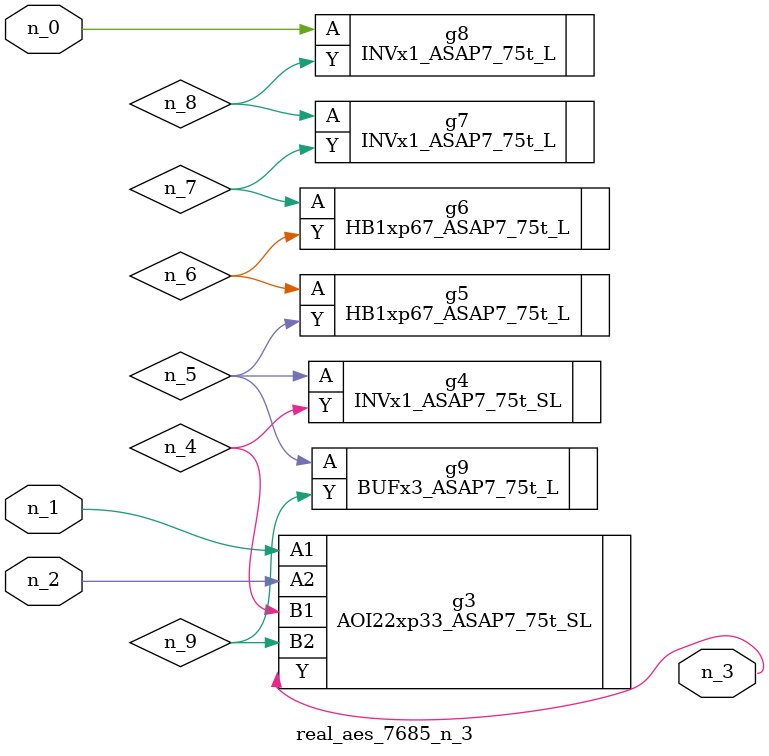
<source format=v>
module real_aes_7685_n_3 (n_0, n_2, n_1, n_3);
input n_0;
input n_2;
input n_1;
output n_3;
wire n_4;
wire n_5;
wire n_7;
wire n_9;
wire n_6;
wire n_8;
INVx1_ASAP7_75t_L g8 ( .A(n_0), .Y(n_8) );
AOI22xp33_ASAP7_75t_SL g3 ( .A1(n_1), .A2(n_2), .B1(n_4), .B2(n_9), .Y(n_3) );
INVx1_ASAP7_75t_SL g4 ( .A(n_5), .Y(n_4) );
BUFx3_ASAP7_75t_L g9 ( .A(n_5), .Y(n_9) );
HB1xp67_ASAP7_75t_L g5 ( .A(n_6), .Y(n_5) );
HB1xp67_ASAP7_75t_L g6 ( .A(n_7), .Y(n_6) );
INVx1_ASAP7_75t_L g7 ( .A(n_8), .Y(n_7) );
endmodule
</source>
